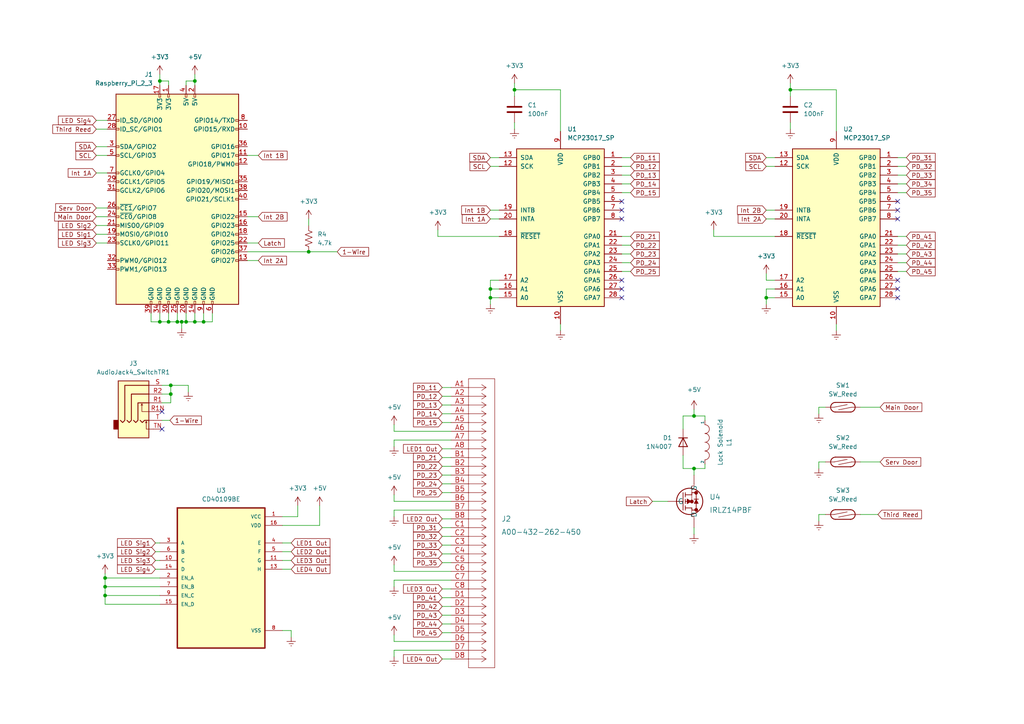
<source format=kicad_sch>
(kicad_sch (version 20211123) (generator eeschema)
  (paper "A4")
  (lib_symbols
    (symbol "CD40109BE:CD40109BE" (pin_names (offset 1.016))
      (property "Reference" "U" (at -12.7 21.32 0))
      (property "Value" "CD40109BE" (at -12.7 -24.32 0))
      (symbol "CD40109BE_0_0"
        (pin power_in line (at 17.78 17.78 180) (length 5.08) (name "VCC") (number "1"))
        (pin input line (at -17.78 5.08 0) (length 5.08) (name "C") (number "10"))
        (pin output line (at 17.78 5.08 180) (length 5.08) (name "G") (number "11"))
        (pin output line (at 17.78 2.54 180) (length 5.08) (name "H") (number "13"))
        (pin input line (at -17.78 2.54 0) (length 5.08) (name "D") (number "14"))
        (pin input line (at -17.78 -7.62 0) (length 5.08) (name "EN_D") (number "15"))
        (pin power_in line (at 17.78 15.24 180) (length 5.08) (name "VDD") (number "16"))
        (pin input line (at -17.78 0 0) (length 5.08) (name "EN_A") (number "2"))
        (pin input line (at -17.78 10.16 0) (length 5.08) (name "A") (number "3"))
        (pin output line (at 17.78 10.16 180) (length 5.08) (name "E") (number "4"))
        (pin output line (at 17.78 7.62 180) (length 5.08) (name "F") (number "5"))
        (pin input line (at -17.78 7.62 0) (length 5.08) (name "B") (number "6"))
        (pin input line (at -17.78 -2.54 0) (length 5.08) (name "EN_B") (number "7"))
        (pin power_in line (at 17.78 -15.24 180) (length 5.08) (name "VSS") (number "8"))
        (pin input line (at -17.78 -5.08 0) (length 5.08) (name "EN_C") (number "9"))
      )
    )
    (symbol "Connector:AudioJack4_SwitchTR1"
      (property "Reference" "J" (at 0 11.43 0))
      (property "Value" "AudioJack4_SwitchTR1" (at 0 8.89 0))
      (symbol "AudioJack4_SwitchTR1_1_1"
        (pin passive line (at 5.08 0 180) (length 2.54) (name "~") (number "R1"))
        (pin passive line (at 5.08 -2.54 180) (length 2.54) (name "~") (number "R1N"))
        (pin passive line (at 5.08 2.54 180) (length 2.54) (name "~") (number "R2"))
        (pin passive line (at 5.08 5.08 180) (length 2.54) (name "~") (number "S"))
        (pin passive line (at 5.08 -5.08 180) (length 2.54) (name "~") (number "T"))
        (pin passive line (at 5.08 -7.62 180) (length 2.54) (name "~") (number "TN"))
      )
    )
    (symbol "Connector:Raspberry_Pi_2_3" (pin_names (offset 1.016))
      (property "Reference" "J" (at -17.78 31.75 0))
      (property "Value" "Raspberry_Pi_2_3" (at 10.16 -31.75 0))
      (symbol "Raspberry_Pi_2_3_1_1"
        (pin power_in line (at 2.54 33.02 270) (length 2.54) (name "3V3") (number "1"))
        (pin bidirectional line (at -20.32 20.32 0) (length 2.54) (name "GPIO15/RXD") (number "10"))
        (pin bidirectional line (at -20.32 12.7 0) (length 2.54) (name "GPIO17") (number "11"))
        (pin bidirectional line (at -20.32 10.16 0) (length 2.54) (name "GPIO18/PWM0") (number "12"))
        (pin bidirectional line (at -20.32 -17.78 0) (length 2.54) (name "GPIO27") (number "13"))
        (pin power_in line (at -5.08 -33.02 90) (length 2.54) (name "GND") (number "14"))
        (pin bidirectional line (at -20.32 -5.08 0) (length 2.54) (name "GPIO22") (number "15"))
        (pin bidirectional line (at -20.32 -7.62 0) (length 2.54) (name "GPIO23") (number "16"))
        (pin power_in line (at 5.08 33.02 270) (length 2.54) (name "3V3") (number "17"))
        (pin bidirectional line (at -20.32 -10.16 0) (length 2.54) (name "GPIO24") (number "18"))
        (pin bidirectional line (at 20.32 -10.16 180) (length 2.54) (name "MOSI0/GPIO10") (number "19"))
        (pin power_in line (at -5.08 33.02 270) (length 2.54) (name "5V") (number "2"))
        (pin power_in line (at -2.54 -33.02 90) (length 2.54) (name "GND") (number "20"))
        (pin bidirectional line (at 20.32 -7.62 180) (length 2.54) (name "MISO0/GPIO9") (number "21"))
        (pin bidirectional line (at -20.32 -12.7 0) (length 2.54) (name "GPIO25") (number "22"))
        (pin bidirectional line (at 20.32 -12.7 180) (length 2.54) (name "SCLK0/GPIO11") (number "23"))
        (pin bidirectional line (at 20.32 -5.08 180) (length 2.54) (name "~{CE0}/GPIO8") (number "24"))
        (pin power_in line (at 0 -33.02 90) (length 2.54) (name "GND") (number "25"))
        (pin bidirectional line (at 20.32 -2.54 180) (length 2.54) (name "~{CE1}/GPIO7") (number "26"))
        (pin bidirectional line (at 20.32 22.86 180) (length 2.54) (name "ID_SD/GPIO0") (number "27"))
        (pin bidirectional line (at 20.32 20.32 180) (length 2.54) (name "ID_SC/GPIO1") (number "28"))
        (pin bidirectional line (at 20.32 5.08 180) (length 2.54) (name "GCLK1/GPIO5") (number "29"))
        (pin bidirectional line (at 20.32 15.24 180) (length 2.54) (name "SDA/GPIO2") (number "3"))
        (pin power_in line (at 2.54 -33.02 90) (length 2.54) (name "GND") (number "30"))
        (pin bidirectional line (at 20.32 2.54 180) (length 2.54) (name "GCLK2/GPIO6") (number "31"))
        (pin bidirectional line (at 20.32 -17.78 180) (length 2.54) (name "PWM0/GPIO12") (number "32"))
        (pin bidirectional line (at 20.32 -20.32 180) (length 2.54) (name "PWM1/GPIO13") (number "33"))
        (pin power_in line (at 5.08 -33.02 90) (length 2.54) (name "GND") (number "34"))
        (pin bidirectional line (at -20.32 5.08 0) (length 2.54) (name "GPIO19/MISO1") (number "35"))
        (pin bidirectional line (at -20.32 15.24 0) (length 2.54) (name "GPIO16") (number "36"))
        (pin bidirectional line (at -20.32 -15.24 0) (length 2.54) (name "GPIO26") (number "37"))
        (pin bidirectional line (at -20.32 2.54 0) (length 2.54) (name "GPIO20/MOSI1") (number "38"))
        (pin power_in line (at 7.62 -33.02 90) (length 2.54) (name "GND") (number "39"))
        (pin power_in line (at -2.54 33.02 270) (length 2.54) (name "5V") (number "4"))
        (pin bidirectional line (at -20.32 0 0) (length 2.54) (name "GPIO21/SCLK1") (number "40"))
        (pin bidirectional line (at 20.32 12.7 180) (length 2.54) (name "SCL/GPIO3") (number "5"))
        (pin power_in line (at -10.16 -33.02 90) (length 2.54) (name "GND") (number "6"))
        (pin bidirectional line (at 20.32 7.62 180) (length 2.54) (name "GCLK0/GPIO4") (number "7"))
        (pin bidirectional line (at -20.32 22.86 0) (length 2.54) (name "GPIO14/TXD") (number "8"))
        (pin power_in line (at -7.62 -33.02 90) (length 2.54) (name "GND") (number "9"))
      )
    )
    (symbol "Device:C" (pin_numbers hide) (pin_names (offset 0.254))
      (property "Reference" "C" (at 0.635 2.54 0))
      (property "Value" "C" (at 0.635 -2.54 0))
      (symbol "C_1_1"
        (pin passive line (at 0 3.81 270) (length 2.794) (name "~") (number "1"))
        (pin passive line (at 0 -3.81 90) (length 2.794) (name "~") (number "2"))
      )
    )
    (symbol "Device:R_US" (pin_numbers hide) (pin_names (offset 0))
      (property "Reference" "R" (at 2.54 0 90))
      (property "Value" "R_US" (at -2.54 0 90))
      (symbol "R_US_1_1"
        (pin passive line (at 0 3.81 270) (length 1.27) (name "~") (number "1"))
        (pin passive line (at 0 -3.81 90) (length 1.27) (name "~") (number "2"))
      )
    )
    (symbol "Diode:1N4007" (pin_numbers hide) (pin_names (offset 1.016) hide)
      (property "Reference" "D" (at 0 2.54 0))
      (property "Value" "1N4007" (at 0 -2.54 0))
      (symbol "1N4007_1_1"
        (pin passive line (at -3.81 0 0) (length 2.54) (name "K") (number "1"))
        (pin passive line (at 3.81 0 180) (length 2.54) (name "A") (number "2"))
      )
    )
    (symbol "IRLZ14PBF:IRLZ14PBF" (pin_numbers hide) (pin_names (offset 0.381))
      (property "Reference" "U" (at 11.43 1.905 0))
      (property "Value" "IRLZ14PBF" (at 11.43 -5.08 0))
      (symbol "IRLZ14PBF_1_1"
        (pin unspecified line (at 0 0 0) (length 2.54) (name "G") (number "1"))
        (pin unspecified line (at 7.62 -7.62 90) (length 2.54) (name "D") (number "2"))
        (pin unspecified line (at 7.62 7.62 270) (length 2.54) (name "S") (number "3"))
      )
    )
    (symbol "Interface_Expansion:MCP23017_SP" (pin_names (offset 1.016))
      (property "Reference" "U" (at -11.43 24.13 0))
      (property "Value" "MCP23017_SP" (at 0 0 0))
      (symbol "MCP23017_SP_1_1"
        (pin bidirectional line (at 17.78 20.32 180) (length 5.08) (name "GPB0") (number "1"))
        (pin power_in line (at 0 -27.94 90) (length 5.08) (name "VSS") (number "10"))
        (pin no_connect line (at -12.7 15.24 0) (length 5.08) hide (name "NC") (number "11"))
        (pin input line (at -17.78 17.78 0) (length 5.08) (name "SCK") (number "12"))
        (pin bidirectional line (at -17.78 20.32 0) (length 5.08) (name "SDA") (number "13"))
        (pin no_connect line (at -12.7 12.7 0) (length 5.08) hide (name "NC") (number "14"))
        (pin input line (at -17.78 -20.32 0) (length 5.08) (name "A0") (number "15"))
        (pin input line (at -17.78 -17.78 0) (length 5.08) (name "A1") (number "16"))
        (pin input line (at -17.78 -15.24 0) (length 5.08) (name "A2") (number "17"))
        (pin input line (at -17.78 -2.54 0) (length 5.08) (name "~{RESET}") (number "18"))
        (pin tri_state line (at -17.78 5.08 0) (length 5.08) (name "INTB") (number "19"))
        (pin bidirectional line (at 17.78 17.78 180) (length 5.08) (name "GPB1") (number "2"))
        (pin tri_state line (at -17.78 2.54 0) (length 5.08) (name "INTA") (number "20"))
        (pin bidirectional line (at 17.78 -2.54 180) (length 5.08) (name "GPA0") (number "21"))
        (pin bidirectional line (at 17.78 -5.08 180) (length 5.08) (name "GPA1") (number "22"))
        (pin bidirectional line (at 17.78 -7.62 180) (length 5.08) (name "GPA2") (number "23"))
        (pin bidirectional line (at 17.78 -10.16 180) (length 5.08) (name "GPA3") (number "24"))
        (pin bidirectional line (at 17.78 -12.7 180) (length 5.08) (name "GPA4") (number "25"))
        (pin bidirectional line (at 17.78 -15.24 180) (length 5.08) (name "GPA5") (number "26"))
        (pin bidirectional line (at 17.78 -17.78 180) (length 5.08) (name "GPA6") (number "27"))
        (pin bidirectional line (at 17.78 -20.32 180) (length 5.08) (name "GPA7") (number "28"))
        (pin bidirectional line (at 17.78 15.24 180) (length 5.08) (name "GPB2") (number "3"))
        (pin bidirectional line (at 17.78 12.7 180) (length 5.08) (name "GPB3") (number "4"))
        (pin bidirectional line (at 17.78 10.16 180) (length 5.08) (name "GPB4") (number "5"))
        (pin bidirectional line (at 17.78 7.62 180) (length 5.08) (name "GPB5") (number "6"))
        (pin bidirectional line (at 17.78 5.08 180) (length 5.08) (name "GPB6") (number "7"))
        (pin bidirectional line (at 17.78 2.54 180) (length 5.08) (name "GPB7") (number "8"))
        (pin power_in line (at 0 27.94 270) (length 5.08) (name "VDD") (number "9"))
      )
    )
    (symbol "QuadRJ45:A00-432-262-450" (pin_names (offset 0.254) hide)
      (property "Reference" "J" (at 8.89 6.35 0))
      (property "Value" "A00-432-262-450" (at 10.16 -40.64 0))
      (symbol "A00-432-262-450_1_1"
        (pin unspecified line (at 0 0 0) (length 5.08) (name "A1") (number "A1"))
        (pin unspecified line (at 0 -2.54 0) (length 5.08) (name "A2") (number "A2"))
        (pin unspecified line (at 0 -5.08 0) (length 5.08) (name "A3") (number "A3"))
        (pin unspecified line (at 0 -7.62 0) (length 5.08) (name "A4") (number "A4"))
        (pin unspecified line (at 0 -10.16 0) (length 5.08) (name "A5") (number "A5"))
        (pin unspecified line (at 0 -12.7 0) (length 5.08) (name "A6") (number "A6"))
        (pin unspecified line (at 0 -15.24 0) (length 5.08) (name "A7") (number "A7"))
        (pin unspecified line (at 0 -17.78 0) (length 5.08) (name "A8") (number "A8"))
        (pin unspecified line (at 0 -20.32 0) (length 5.08) (name "B1") (number "B1"))
        (pin unspecified line (at 0 -22.86 0) (length 5.08) (name "B2") (number "B2"))
        (pin unspecified line (at 0 -25.4 0) (length 5.08) (name "B3") (number "B3"))
        (pin unspecified line (at 0 -27.94 0) (length 5.08) (name "B4") (number "B4"))
        (pin unspecified line (at 0 -30.48 0) (length 5.08) (name "B5") (number "B5"))
        (pin unspecified line (at 0 -33.02 0) (length 5.08) (name "B6") (number "B6"))
        (pin unspecified line (at 0 -35.56 0) (length 5.08) (name "B7") (number "B7"))
        (pin unspecified line (at 0 -38.1 0) (length 5.08) (name "B8") (number "B8"))
        (pin unspecified line (at 0 -40.64 0) (length 5.08) (name "C1") (number "C1"))
        (pin unspecified line (at 0 -43.18 0) (length 5.08) (name "C2") (number "C2"))
        (pin unspecified line (at 0 -45.72 0) (length 5.08) (name "C3") (number "C3"))
        (pin unspecified line (at 0 -48.26 0) (length 5.08) (name "C4") (number "C4"))
        (pin unspecified line (at 0 -50.8 0) (length 5.08) (name "C5") (number "C5"))
        (pin unspecified line (at 0 -53.34 0) (length 5.08) (name "C6") (number "C6"))
        (pin unspecified line (at 0 -55.88 0) (length 5.08) (name "C7") (number "C7"))
        (pin unspecified line (at 0 -58.42 0) (length 5.08) (name "C8") (number "C8"))
        (pin unspecified line (at 0 -60.96 0) (length 5.08) (name "D1") (number "D1"))
        (pin unspecified line (at 0 -63.5 0) (length 5.08) (name "D2") (number "D2"))
        (pin unspecified line (at 0 -66.04 0) (length 5.08) (name "D3") (number "D3"))
        (pin unspecified line (at 0 -68.58 0) (length 5.08) (name "D4") (number "D4"))
        (pin unspecified line (at 0 -71.12 0) (length 5.08) (name "D5") (number "D5"))
        (pin unspecified line (at 0 -73.66 0) (length 5.08) (name "D6") (number "D6"))
        (pin unspecified line (at 0 -76.2 0) (length 5.08) (name "D7") (number "D7"))
        (pin unspecified line (at 0 -78.74 0) (length 5.08) (name "D8") (number "D8"))
      )
    )
    (symbol "Switch:SW_Reed" (pin_numbers hide) (pin_names (offset 0) hide)
      (property "Reference" "SW" (at 0 2.54 0))
      (property "Value" "SW_Reed" (at 0 -2.54 0))
      (symbol "SW_Reed_1_1"
        (pin passive line (at -5.08 0 0) (length 2.54) (name "1") (number "1"))
        (pin passive line (at 5.08 0 180) (length 2.54) (name "2") (number "2"))
      )
    )
    (symbol "power:+3.3V" (power) (pin_names (offset 0))
      (property "Value" "+3.3V" (at 0 3.556 0))
      (symbol "+3.3V_1_1"
        (pin power_in line (at 0 0 90) (length 0) hide (name "+3V3") (number "1"))
      )
    )
    (symbol "power:+5V" (power) (pin_names (offset 0))
      (property "Value" "+5V" (at 0 3.556 0))
      (symbol "+5V_1_1"
        (pin power_in line (at 0 0 90) (length 0) hide (name "+5V") (number "1"))
      )
    )
    (symbol "power:Earth" (power) (pin_names (offset 0))
      (symbol "Earth_1_1"
        (pin power_in line (at 0 0 270) (length 0) hide (name "Earth") (number "1"))
      )
    )
    (symbol "pspice:INDUCTOR" (pin_numbers hide) (pin_names (offset 0))
      (property "Reference" "L" (at 0 2.54 0))
      (property "Value" "INDUCTOR" (at 0 -1.27 0))
      (symbol "INDUCTOR_1_1"
        (pin input line (at -6.35 0 0) (length 1.27) (name "1") (number "1"))
        (pin input line (at 6.35 0 180) (length 1.27) (name "2") (number "2"))
      )
    )
  )
  (junction (at 49.53 114.3))
  (junction (at 49.53 111.76))
  (junction (at 30.48 170.18))
  (junction (at 149.225 26.035))
  (junction (at 46.355 23.495))
  (junction (at 142.24 86.36))
  (junction (at 48.895 93.345))
  (junction (at 201.295 135.89))
  (junction (at 51.435 93.345))
  (junction (at 59.055 93.345))
  (junction (at 222.25 86.36))
  (junction (at 46.355 93.345))
  (junction (at 142.24 83.82))
  (junction (at 201.295 120.65))
  (junction (at 89.535 73.025))
  (junction (at 229.235 26.035))
  (junction (at 52.705 93.345))
  (junction (at 30.48 167.64))
  (junction (at 30.48 172.72))
  (junction (at 53.975 93.345))
  (junction (at 56.515 23.495))
  (junction (at 56.515 93.345))
  (no_connect (at 260.35 81.28))
  (no_connect (at 260.35 83.82))
  (no_connect (at 180.34 86.36))
  (no_connect (at 180.34 81.28))
  (no_connect (at 260.35 63.5))
  (no_connect (at 260.35 60.96))
  (no_connect (at 180.34 60.96))
  (no_connect (at 180.34 63.5))
  (no_connect (at 180.34 58.42))
  (no_connect (at 260.35 86.36))
  (no_connect (at 180.34 83.82))
  (no_connect (at 260.35 58.42))
  (no_connect (at 46.99 119.38))
  (no_connect (at 46.99 124.46))
  (wire (pts (xy 130.81 153.035) (xy 128.27 153.035)))
  (wire (pts (xy 180.34 68.58) (xy 182.88 68.58)))
  (wire (pts (xy 198.12 135.89) (xy 201.295 135.89)))
  (wire (pts (xy 31.115 42.545) (xy 27.94 42.545)))
  (wire (pts (xy 127 66.675) (xy 127 68.58)))
  (wire (pts (xy 71.755 45.085) (xy 74.93 45.085)))
  (wire (pts (xy 48.895 93.345) (xy 46.355 93.345)))
  (wire (pts (xy 242.57 26.035) (xy 242.57 38.1)))
  (wire (pts (xy 53.975 93.345) (xy 52.705 93.345)))
  (wire (pts (xy 130.81 175.895) (xy 128.27 175.895)))
  (wire (pts (xy 114.3 168.275) (xy 114.3 170.18)))
  (wire (pts (xy 114.3 186.055) (xy 130.81 186.055)))
  (wire (pts (xy 114.3 125.095) (xy 130.81 125.095)))
  (wire (pts (xy 52.705 93.345) (xy 52.705 95.25)))
  (wire (pts (xy 81.915 165.1) (xy 84.455 165.1)))
  (wire (pts (xy 198.12 120.65) (xy 201.295 120.65)))
  (wire (pts (xy 56.515 21.59) (xy 56.515 23.495)))
  (wire (pts (xy 180.34 71.12) (xy 182.88 71.12)))
  (wire (pts (xy 130.81 163.195) (xy 128.27 163.195)))
  (wire (pts (xy 201.295 135.89) (xy 204.47 135.89)))
  (wire (pts (xy 249.555 133.985) (xy 255.27 133.985)))
  (wire (pts (xy 31.115 45.085) (xy 27.94 45.085)))
  (wire (pts (xy 30.48 172.72) (xy 30.48 170.18)))
  (wire (pts (xy 56.515 90.805) (xy 56.515 93.345)))
  (wire (pts (xy 180.34 73.66) (xy 182.88 73.66)))
  (wire (pts (xy 142.24 60.96) (xy 144.78 60.96)))
  (wire (pts (xy 260.35 71.12) (xy 262.89 71.12)))
  (wire (pts (xy 71.755 62.865) (xy 74.93 62.865)))
  (wire (pts (xy 142.24 81.28) (xy 144.78 81.28)))
  (wire (pts (xy 222.25 83.82) (xy 222.25 86.36)))
  (wire (pts (xy 237.49 118.11) (xy 239.395 118.11)))
  (wire (pts (xy 81.915 182.88) (xy 84.455 182.88)))
  (wire (pts (xy 198.12 124.46) (xy 198.12 120.65)))
  (wire (pts (xy 46.99 116.84) (xy 49.53 116.84)))
  (wire (pts (xy 114.3 127.635) (xy 130.81 127.635)))
  (wire (pts (xy 130.81 120.015) (xy 128.27 120.015)))
  (wire (pts (xy 114.3 145.415) (xy 130.81 145.415)))
  (wire (pts (xy 114.3 125.095) (xy 114.3 123.19)))
  (wire (pts (xy 180.34 48.26) (xy 182.88 48.26)))
  (wire (pts (xy 142.24 63.5) (xy 144.78 63.5)))
  (wire (pts (xy 114.3 168.275) (xy 130.81 168.275)))
  (wire (pts (xy 114.3 188.595) (xy 114.3 190.5)))
  (wire (pts (xy 54.61 111.76) (xy 54.61 113.665)))
  (wire (pts (xy 30.48 170.18) (xy 46.355 170.18)))
  (wire (pts (xy 229.235 24.13) (xy 229.235 26.035)))
  (wire (pts (xy 207.01 68.58) (xy 224.79 68.58)))
  (wire (pts (xy 130.81 137.795) (xy 128.27 137.795)))
  (wire (pts (xy 30.48 167.64) (xy 30.48 166.37)))
  (wire (pts (xy 43.815 90.805) (xy 43.815 93.345)))
  (wire (pts (xy 56.515 23.495) (xy 56.515 24.765)))
  (wire (pts (xy 142.24 86.36) (xy 144.78 86.36)))
  (wire (pts (xy 180.34 76.2) (xy 182.88 76.2)))
  (wire (pts (xy 130.81 191.135) (xy 128.27 191.135)))
  (wire (pts (xy 114.3 147.955) (xy 114.3 149.86)))
  (wire (pts (xy 130.81 183.515) (xy 128.27 183.515)))
  (wire (pts (xy 114.3 188.595) (xy 130.81 188.595)))
  (wire (pts (xy 201.295 118.745) (xy 201.295 120.65)))
  (wire (pts (xy 204.47 120.65) (xy 204.47 121.92)))
  (wire (pts (xy 260.35 50.8) (xy 262.89 50.8)))
  (wire (pts (xy 49.53 111.76) (xy 54.61 111.76)))
  (wire (pts (xy 71.755 73.025) (xy 89.535 73.025)))
  (wire (pts (xy 53.975 90.805) (xy 53.975 93.345)))
  (wire (pts (xy 27.94 65.405) (xy 31.115 65.405)))
  (wire (pts (xy 142.24 83.82) (xy 144.78 83.82)))
  (wire (pts (xy 86.36 149.86) (xy 86.36 146.685)))
  (wire (pts (xy 142.24 81.28) (xy 142.24 83.82)))
  (wire (pts (xy 46.355 21.59) (xy 46.355 23.495)))
  (wire (pts (xy 130.81 158.115) (xy 128.27 158.115)))
  (wire (pts (xy 46.355 90.805) (xy 46.355 93.345)))
  (wire (pts (xy 260.35 73.66) (xy 262.89 73.66)))
  (wire (pts (xy 127 68.58) (xy 144.78 68.58)))
  (wire (pts (xy 130.81 150.495) (xy 128.27 150.495)))
  (wire (pts (xy 48.895 90.805) (xy 48.895 93.345)))
  (wire (pts (xy 249.555 118.11) (xy 255.27 118.11)))
  (wire (pts (xy 130.81 112.395) (xy 128.27 112.395)))
  (wire (pts (xy 242.57 93.98) (xy 242.57 95.885)))
  (wire (pts (xy 114.3 145.415) (xy 114.3 143.51)))
  (wire (pts (xy 162.56 26.035) (xy 162.56 38.1)))
  (wire (pts (xy 46.355 23.495) (xy 48.895 23.495)))
  (wire (pts (xy 30.48 175.26) (xy 46.355 175.26)))
  (wire (pts (xy 222.25 63.5) (xy 224.79 63.5)))
  (wire (pts (xy 89.535 73.025) (xy 97.79 73.025)))
  (wire (pts (xy 222.25 79.375) (xy 222.25 81.28)))
  (wire (pts (xy 162.56 93.98) (xy 162.56 95.885)))
  (wire (pts (xy 114.3 186.055) (xy 114.3 184.15)))
  (wire (pts (xy 81.915 162.56) (xy 84.455 162.56)))
  (wire (pts (xy 27.94 70.485) (xy 31.115 70.485)))
  (wire (pts (xy 201.295 120.65) (xy 204.47 120.65)))
  (wire (pts (xy 130.81 170.815) (xy 128.27 170.815)))
  (wire (pts (xy 114.3 127.635) (xy 114.3 129.54)))
  (wire (pts (xy 81.915 157.48) (xy 84.455 157.48)))
  (wire (pts (xy 237.49 118.11) (xy 237.49 120.015)))
  (wire (pts (xy 114.3 147.955) (xy 130.81 147.955)))
  (wire (pts (xy 229.235 35.56) (xy 229.235 37.465)))
  (wire (pts (xy 49.53 114.3) (xy 46.99 114.3)))
  (wire (pts (xy 31.115 50.165) (xy 27.94 50.165)))
  (wire (pts (xy 237.49 149.225) (xy 239.395 149.225)))
  (wire (pts (xy 149.225 35.56) (xy 149.225 37.465)))
  (wire (pts (xy 114.3 165.735) (xy 114.3 163.83)))
  (wire (pts (xy 71.755 75.565) (xy 74.93 75.565)))
  (wire (pts (xy 149.225 24.13) (xy 149.225 26.035)))
  (wire (pts (xy 142.24 83.82) (xy 142.24 86.36)))
  (wire (pts (xy 180.34 53.34) (xy 182.88 53.34)))
  (wire (pts (xy 260.35 68.58) (xy 262.89 68.58)))
  (wire (pts (xy 81.915 160.02) (xy 84.455 160.02)))
  (wire (pts (xy 142.24 86.36) (xy 142.24 88.265)))
  (wire (pts (xy 45.085 162.56) (xy 46.355 162.56)))
  (wire (pts (xy 260.35 53.34) (xy 262.89 53.34)))
  (wire (pts (xy 130.81 178.435) (xy 128.27 178.435)))
  (wire (pts (xy 229.235 26.035) (xy 242.57 26.035)))
  (wire (pts (xy 130.81 155.575) (xy 128.27 155.575)))
  (wire (pts (xy 51.435 93.345) (xy 48.895 93.345)))
  (wire (pts (xy 130.81 130.175) (xy 128.27 130.175)))
  (wire (pts (xy 59.055 90.805) (xy 59.055 93.345)))
  (wire (pts (xy 31.115 60.325) (xy 27.94 60.325)))
  (wire (pts (xy 30.48 175.26) (xy 30.48 172.72)))
  (wire (pts (xy 53.975 23.495) (xy 56.515 23.495)))
  (wire (pts (xy 45.085 157.48) (xy 46.355 157.48)))
  (wire (pts (xy 222.25 86.36) (xy 222.25 88.265)))
  (wire (pts (xy 46.99 121.92) (xy 49.276 121.92)))
  (wire (pts (xy 46.99 111.76) (xy 49.53 111.76)))
  (wire (pts (xy 222.25 86.36) (xy 224.79 86.36)))
  (wire (pts (xy 130.81 140.335) (xy 128.27 140.335)))
  (wire (pts (xy 237.49 133.985) (xy 237.49 135.89)))
  (wire (pts (xy 130.81 135.255) (xy 128.27 135.255)))
  (wire (pts (xy 89.535 63.5) (xy 89.535 65.405)))
  (wire (pts (xy 130.81 173.355) (xy 128.27 173.355)))
  (wire (pts (xy 260.35 78.74) (xy 262.89 78.74)))
  (wire (pts (xy 201.295 135.89) (xy 201.295 137.795)))
  (wire (pts (xy 260.35 55.88) (xy 262.89 55.88)))
  (wire (pts (xy 237.49 149.225) (xy 237.49 151.13)))
  (wire (pts (xy 27.94 67.945) (xy 31.115 67.945)))
  (wire (pts (xy 30.48 167.64) (xy 46.355 167.64)))
  (wire (pts (xy 189.23 145.415) (xy 193.675 145.415)))
  (wire (pts (xy 260.35 45.72) (xy 262.89 45.72)))
  (wire (pts (xy 180.34 55.88) (xy 182.88 55.88)))
  (wire (pts (xy 27.94 34.925) (xy 31.115 34.925)))
  (wire (pts (xy 260.35 48.26) (xy 262.89 48.26)))
  (wire (pts (xy 207.01 66.675) (xy 207.01 68.58)))
  (wire (pts (xy 46.355 23.495) (xy 46.355 24.765)))
  (wire (pts (xy 48.895 23.495) (xy 48.895 24.765)))
  (wire (pts (xy 52.705 93.345) (xy 51.435 93.345)))
  (wire (pts (xy 149.225 26.035) (xy 162.56 26.035)))
  (wire (pts (xy 56.515 93.345) (xy 53.975 93.345)))
  (wire (pts (xy 142.24 48.26) (xy 144.78 48.26)))
  (wire (pts (xy 30.48 172.72) (xy 46.355 172.72)))
  (wire (pts (xy 222.25 45.72) (xy 224.79 45.72)))
  (wire (pts (xy 237.49 133.985) (xy 239.395 133.985)))
  (wire (pts (xy 53.975 24.765) (xy 53.975 23.495)))
  (wire (pts (xy 31.115 62.865) (xy 27.94 62.865)))
  (wire (pts (xy 222.25 48.26) (xy 224.79 48.26)))
  (wire (pts (xy 59.055 93.345) (xy 56.515 93.345)))
  (wire (pts (xy 92.71 152.4) (xy 81.915 152.4)))
  (wire (pts (xy 142.24 45.72) (xy 144.78 45.72)))
  (wire (pts (xy 130.81 132.715) (xy 128.27 132.715)))
  (wire (pts (xy 249.555 149.225) (xy 254.635 149.225)))
  (wire (pts (xy 49.53 116.84) (xy 49.53 114.3)))
  (wire (pts (xy 61.595 93.345) (xy 59.055 93.345)))
  (wire (pts (xy 204.47 134.62) (xy 204.47 135.89)))
  (wire (pts (xy 130.81 180.975) (xy 128.27 180.975)))
  (wire (pts (xy 222.25 60.96) (xy 224.79 60.96)))
  (wire (pts (xy 30.48 170.18) (xy 30.48 167.64)))
  (wire (pts (xy 229.235 27.94) (xy 229.235 26.035)))
  (wire (pts (xy 222.25 81.28) (xy 224.79 81.28)))
  (wire (pts (xy 180.34 78.74) (xy 182.88 78.74)))
  (wire (pts (xy 198.12 132.08) (xy 198.12 135.89)))
  (wire (pts (xy 201.295 153.035) (xy 201.295 154.94)))
  (wire (pts (xy 45.085 160.02) (xy 46.355 160.02)))
  (wire (pts (xy 84.455 182.88) (xy 84.455 184.785)))
  (wire (pts (xy 130.81 160.655) (xy 128.27 160.655)))
  (wire (pts (xy 130.81 122.555) (xy 128.27 122.555)))
  (wire (pts (xy 180.34 45.72) (xy 182.88 45.72)))
  (wire (pts (xy 130.81 114.935) (xy 128.27 114.935)))
  (wire (pts (xy 130.81 117.475) (xy 128.27 117.475)))
  (wire (pts (xy 149.225 27.94) (xy 149.225 26.035)))
  (wire (pts (xy 180.34 50.8) (xy 182.88 50.8)))
  (wire (pts (xy 222.25 83.82) (xy 224.79 83.82)))
  (wire (pts (xy 49.53 111.76) (xy 49.53 114.3)))
  (wire (pts (xy 130.81 142.875) (xy 128.27 142.875)))
  (wire (pts (xy 31.115 37.465) (xy 27.94 37.465)))
  (wire (pts (xy 81.915 149.86) (xy 86.36 149.86)))
  (wire (pts (xy 46.355 93.345) (xy 43.815 93.345)))
  (wire (pts (xy 51.435 90.805) (xy 51.435 93.345)))
  (wire (pts (xy 61.595 90.805) (xy 61.595 93.345)))
  (wire (pts (xy 45.085 165.1) (xy 46.355 165.1)))
  (wire (pts (xy 114.3 165.735) (xy 130.81 165.735)))
  (wire (pts (xy 260.35 76.2) (xy 262.89 76.2)))
  (wire (pts (xy 92.71 146.685) (xy 92.71 152.4)))
  (wire (pts (xy 74.93 70.485) (xy 71.755 70.485)))
  (global_label "Int 2B" (shape input) (at 74.93 62.865 0) (property "Intersheet References" "${INTERSHEET_REFS}" (effects hide)))
  (global_label "PD_41" (shape input) (at 128.27 173.355 180) (property "Intersheet References" "${INTERSHEET_REFS}" (effects hide)))
  (global_label "Int 1B" (shape input) (at 74.93 45.085 0) (property "Intersheet References" "${INTERSHEET_REFS}" (effects hide)))
  (global_label "Int 1A" (shape input) (at 27.94 50.165 180) (property "Intersheet References" "${INTERSHEET_REFS}" (effects hide)))
  (global_label "LED Sig3" (shape input) (at 27.94 70.485 180) (property "Intersheet References" "${INTERSHEET_REFS}" (effects hide)))
  (global_label "LED Sig1" (shape input) (at 27.94 67.945 180) (property "Intersheet References" "${INTERSHEET_REFS}" (effects hide)))
  (global_label "PD_21" (shape input) (at 128.27 132.715 180) (property "Intersheet References" "${INTERSHEET_REFS}" (effects hide)))
  (global_label "Main Door" (shape input) (at 27.94 62.865 180) (property "Intersheet References" "${INTERSHEET_REFS}" (effects hide)))
  (global_label "LED3 Out" (shape input) (at 84.455 162.56 0) (property "Intersheet References" "${INTERSHEET_REFS}" (effects hide)))
  (global_label "PD_45" (shape input) (at 262.89 78.74 0) (property "Intersheet References" "${INTERSHEET_REFS}" (effects hide)))
  (global_label "PD_43" (shape input) (at 128.27 178.435 180) (property "Intersheet References" "${INTERSHEET_REFS}" (effects hide)))
  (global_label "Int 2A" (shape input) (at 222.25 63.5 180) (property "Intersheet References" "${INTERSHEET_REFS}" (effects hide)))
  (global_label "PD_22" (shape input) (at 128.27 135.255 180) (property "Intersheet References" "${INTERSHEET_REFS}" (effects hide)))
  (global_label "PD_24" (shape input) (at 182.88 76.2 0) (property "Intersheet References" "${INTERSHEET_REFS}" (effects hide)))
  (global_label "Int 1A" (shape input) (at 142.24 63.5 180) (property "Intersheet References" "${INTERSHEET_REFS}" (effects hide)))
  (global_label "PD_22" (shape input) (at 182.88 71.12 0) (property "Intersheet References" "${INTERSHEET_REFS}" (effects hide)))
  (global_label "PD_23" (shape input) (at 128.27 137.795 180) (property "Intersheet References" "${INTERSHEET_REFS}" (effects hide)))
  (global_label "SDA" (shape input) (at 27.94 42.545 180) (property "Intersheet References" "${INTERSHEET_REFS}" (effects hide)))
  (global_label "PD_13" (shape input) (at 182.88 50.8 0) (property "Intersheet References" "${INTERSHEET_REFS}" (effects hide)))
  (global_label "1-Wire" (shape input) (at 97.79 73.025 0) (property "Intersheet References" "${INTERSHEET_REFS}" (effects hide)))
  (global_label "PD_34" (shape input) (at 262.89 53.34 0) (property "Intersheet References" "${INTERSHEET_REFS}" (effects hide)))
  (global_label "LED4 Out" (shape input) (at 128.27 191.135 180) (property "Intersheet References" "${INTERSHEET_REFS}" (effects hide)))
  (global_label "LED3 Out" (shape input) (at 128.27 170.815 180) (property "Intersheet References" "${INTERSHEET_REFS}" (effects hide)))
  (global_label "Latch" (shape input) (at 189.23 145.415 180) (property "Intersheet References" "${INTERSHEET_REFS}" (effects hide)))
  (global_label "PD_15" (shape input) (at 182.88 55.88 0) (property "Intersheet References" "${INTERSHEET_REFS}" (effects hide)))
  (global_label "Latch" (shape input) (at 74.93 70.485 0) (property "Intersheet References" "${INTERSHEET_REFS}" (effects hide)))
  (global_label "PD_13" (shape input) (at 128.27 117.475 180) (property "Intersheet References" "${INTERSHEET_REFS}" (effects hide)))
  (global_label "LED Sig1" (shape input) (at 45.085 157.48 180) (property "Intersheet References" "${INTERSHEET_REFS}" (effects hide)))
  (global_label "PD_34" (shape input) (at 128.27 160.655 180) (property "Intersheet References" "${INTERSHEET_REFS}" (effects hide)))
  (global_label "LED1 Out" (shape input) (at 84.455 157.48 0) (property "Intersheet References" "${INTERSHEET_REFS}" (effects hide)))
  (global_label "PD_42" (shape input) (at 128.27 175.895 180) (property "Intersheet References" "${INTERSHEET_REFS}" (effects hide)))
  (global_label "LED2 Out" (shape input) (at 84.455 160.02 0) (property "Intersheet References" "${INTERSHEET_REFS}" (effects hide)))
  (global_label "PD_12" (shape input) (at 182.88 48.26 0) (property "Intersheet References" "${INTERSHEET_REFS}" (effects hide)))
  (global_label "SCL" (shape input) (at 142.24 48.26 180) (property "Intersheet References" "${INTERSHEET_REFS}" (effects hide)))
  (global_label "PD_43" (shape input) (at 262.89 73.66 0) (property "Intersheet References" "${INTERSHEET_REFS}" (effects hide)))
  (global_label "LED Sig3" (shape input) (at 45.085 162.56 180) (property "Intersheet References" "${INTERSHEET_REFS}" (effects hide)))
  (global_label "Int 2B" (shape input) (at 222.25 60.96 180) (property "Intersheet References" "${INTERSHEET_REFS}" (effects hide)))
  (global_label "PD_11" (shape input) (at 182.88 45.72 0) (property "Intersheet References" "${INTERSHEET_REFS}" (effects hide)))
  (global_label "PD_44" (shape input) (at 128.27 180.975 180) (property "Intersheet References" "${INTERSHEET_REFS}" (effects hide)))
  (global_label "LED1 Out" (shape input) (at 128.27 130.175 180) (property "Intersheet References" "${INTERSHEET_REFS}" (effects hide)))
  (global_label "SCL" (shape input) (at 222.25 48.26 180) (property "Intersheet References" "${INTERSHEET_REFS}" (effects hide)))
  (global_label "Main Door" (shape input) (at 255.27 118.11 0) (property "Intersheet References" "${INTERSHEET_REFS}" (effects hide)))
  (global_label "PD_31" (shape input) (at 128.27 153.035 180) (property "Intersheet References" "${INTERSHEET_REFS}" (effects hide)))
  (global_label "PD_12" (shape input) (at 128.27 114.935 180) (property "Intersheet References" "${INTERSHEET_REFS}" (effects hide)))
  (global_label "Third Reed" (shape input) (at 254.635 149.225 0) (property "Intersheet References" "${INTERSHEET_REFS}" (effects hide)))
  (global_label "PD_45" (shape input) (at 128.27 183.515 180) (property "Intersheet References" "${INTERSHEET_REFS}" (effects hide)))
  (global_label "LED Sig4" (shape input) (at 45.085 165.1 180) (property "Intersheet References" "${INTERSHEET_REFS}" (effects hide)))
  (global_label "PD_33" (shape input) (at 128.27 158.115 180) (property "Intersheet References" "${INTERSHEET_REFS}" (effects hide)))
  (global_label "PD_41" (shape input) (at 262.89 68.58 0) (property "Intersheet References" "${INTERSHEET_REFS}" (effects hide)))
  (global_label "PD_14" (shape input) (at 128.27 120.015 180) (property "Intersheet References" "${INTERSHEET_REFS}" (effects hide)))
  (global_label "PD_32" (shape input) (at 262.89 48.26 0) (property "Intersheet References" "${INTERSHEET_REFS}" (effects hide)))
  (global_label "PD_35" (shape input) (at 262.89 55.88 0) (property "Intersheet References" "${INTERSHEET_REFS}" (effects hide)))
  (global_label "SDA" (shape input) (at 222.25 45.72 180) (property "Intersheet References" "${INTERSHEET_REFS}" (effects hide)))
  (global_label "LED4 Out" (shape input) (at 84.455 165.1 0) (property "Intersheet References" "${INTERSHEET_REFS}" (effects hide)))
  (global_label "PD_35" (shape input) (at 128.27 163.195 180) (property "Intersheet References" "${INTERSHEET_REFS}" (effects hide)))
  (global_label "1-Wire" (shape input) (at 49.276 121.92 0) (property "Intersheet References" "${INTERSHEET_REFS}" (effects hide)))
  (global_label "PD_21" (shape input) (at 182.88 68.58 0) (property "Intersheet References" "${INTERSHEET_REFS}" (effects hide)))
  (global_label "PD_32" (shape input) (at 128.27 155.575 180) (property "Intersheet References" "${INTERSHEET_REFS}" (effects hide)))
  (global_label "LED Sig2" (shape input) (at 45.085 160.02 180) (property "Intersheet References" "${INTERSHEET_REFS}" (effects hide)))
  (global_label "PD_15" (shape input) (at 128.27 122.555 180) (property "Intersheet References" "${INTERSHEET_REFS}" (effects hide)))
  (global_label "Third Reed" (shape input) (at 27.94 37.465 180) (property "Intersheet References" "${INTERSHEET_REFS}" (effects hide)))
  (global_label "PD_44" (shape input) (at 262.89 76.2 0) (property "Intersheet References" "${INTERSHEET_REFS}" (effects hide)))
  (global_label "PD_33" (shape input) (at 262.89 50.8 0) (property "Intersheet References" "${INTERSHEET_REFS}" (effects hide)))
  (global_label "Serv Door" (shape input) (at 255.27 133.985 0) (property "Intersheet References" "${INTERSHEET_REFS}" (effects hide)))
  (global_label "PD_25" (shape input) (at 182.88 78.74 0) (property "Intersheet References" "${INTERSHEET_REFS}" (effects hide)))
  (global_label "Int 1B" (shape input) (at 142.24 60.96 180) (property "Intersheet References" "${INTERSHEET_REFS}" (effects hide)))
  (global_label "PD_23" (shape input) (at 182.88 73.66 0) (property "Intersheet References" "${INTERSHEET_REFS}" (effects hide)))
  (global_label "PD_42" (shape input) (at 262.89 71.12 0) (property "Intersheet References" "${INTERSHEET_REFS}" (effects hide)))
  (global_label "LED Sig4" (shape input) (at 27.94 34.925 180) (property "Intersheet References" "${INTERSHEET_REFS}" (effects hide)))
  (global_label "LED2 Out" (shape input) (at 128.27 150.495 180) (property "Intersheet References" "${INTERSHEET_REFS}" (effects hide)))
  (global_label "PD_14" (shape input) (at 182.88 53.34 0) (property "Intersheet References" "${INTERSHEET_REFS}" (effects hide)))
  (global_label "Serv Door" (shape input) (at 27.94 60.325 180) (property "Intersheet References" "${INTERSHEET_REFS}" (effects hide)))
  (global_label "PD_24" (shape input) (at 128.27 140.335 180) (property "Intersheet References" "${INTERSHEET_REFS}" (effects hide)))
  (global_label "PD_11" (shape input) (at 128.27 112.395 180) (property "Intersheet References" "${INTERSHEET_REFS}" (effects hide)))
  (global_label "Int 2A" (shape input) (at 74.93 75.565 0) (property "Intersheet References" "${INTERSHEET_REFS}" (effects hide)))
  (global_label "PD_25" (shape input) (at 128.27 142.875 180) (property "Intersheet References" "${INTERSHEET_REFS}" (effects hide)))
  (global_label "LED Sig2" (shape input) (at 27.94 65.405 180) (property "Intersheet References" "${INTERSHEET_REFS}" (effects hide)))
  (global_label "PD_31" (shape input) (at 262.89 45.72 0) (property "Intersheet References" "${INTERSHEET_REFS}" (effects hide)))
  (global_label "SCL" (shape input) (at 27.94 45.085 180) (property "Intersheet References" "${INTERSHEET_REFS}" (effects hide)))
  (global_label "SDA" (shape input) (at 142.24 45.72 180) (property "Intersheet References" "${INTERSHEET_REFS}" (effects hide)))
  (symbol (lib_id "power:+3.3V") (at 207.01 66.675 0) (unit 1)
    (property "Reference" "#PWR0125" (effects hide))
    (property "Value" "+3.3V" (at 207.01 61.595 0))
  )
  (symbol (lib_id "QuadRJ45:A00-432-262-450") (at 130.81 112.395 0) (unit 1)
    (property "Reference" "J2" (at 145.415 150.495 0) (effects (font (size 1.524 1.524)) (justify left)))
    (property "Value" "A00-432-262-450" (at 145.415 154.305 0) (effects (font (size 1.524 1.524)) (justify left)))
    (property "Footprint" "CONN_A00-432-262-450_EDA" (effects hide))
  )
  (symbol (lib_id "power:Earth") (at 114.3 170.18 0) (unit 1)
    (property "Reference" "#PWR0109" (effects hide))
    (property "Value" "Earth" (effects hide))
  )
  (symbol (lib_id "Device:C") (at 229.235 31.75 0) (unit 1)
    (property "Reference" "C2" (at 233.045 30.4799 0) (effects (justify left)))
    (property "Value" "100nF" (at 233.045 33.0199 0) (effects (justify left)))
    (property "Footprint" "Capacitor_THT:C_Rect_L7.0mm_W3.5mm_P5.00mm" (effects hide))
  )
  (symbol (lib_id "Diode:1N4007") (at 198.12 128.27 270) (unit 1)
    (property "Reference" "D1" (at 194.945 127 90) (effects (justify right)))
    (property "Value" "1N4007" (at 194.945 129.54 90) (effects (justify right)))
    (property "Footprint" "Diode_THT:D_DO-41_SOD81_P10.16mm_Horizontal" (effects hide))
    (property "Datasheet" "http://www.vishay.com/docs/88503/1n4001.pdf" (effects hide))
  )
  (symbol (lib_id "power:Earth") (at 222.25 88.265 0) (unit 1)
    (property "Reference" "#PWR0123" (effects hide))
    (property "Value" "Earth" (effects hide))
  )
  (symbol (lib_id "power:+5V") (at 56.515 21.59 0) (mirror y) (unit 1)
    (property "Reference" "#PWR0120" (effects hide))
    (property "Value" "+5V" (at 56.515 16.51 0))
  )
  (symbol (lib_id "power:Earth") (at 162.56 95.885 0) (unit 1)
    (property "Reference" "#PWR0108" (effects hide))
    (property "Value" "Earth" (effects hide))
  )
  (symbol (lib_id "CD40109BE:CD40109BE") (at 64.135 167.64 0) (unit 1)
    (property "Reference" "U3" (at 64.135 142.24 0))
    (property "Value" "CD40109BE" (at 64.135 144.78 0))
    (property "Footprint" "CD40109BE:DIP794W45P254L1969H508Q16" (effects hide))
  )
  (symbol (lib_id "Interface_Expansion:MCP23017_SP") (at 162.56 66.04 0) (unit 1)
    (property "Reference" "U1" (at 164.5794 37.465 0) (effects (justify left)))
    (property "Value" "MCP23017_SP" (at 164.5794 40.005 0) (effects (justify left)))
    (property "Footprint" "Package_DIP:DIP-28_W7.62mm" (effects hide))
    (property "Datasheet" "http://ww1.microchip.com/downloads/en/DeviceDoc/20001952C.pdf" (effects hide))
  )
  (symbol (lib_id "power:Earth") (at 201.295 154.94 0) (unit 1)
    (property "Reference" "#PWR0129" (effects hide))
    (property "Value" "Earth" (effects hide))
  )
  (symbol (lib_id "Connector:Raspberry_Pi_2_3") (at 51.435 57.785 0) (mirror y) (unit 1)
    (property "Reference" "J1" (at 44.3356 21.59 0) (effects (justify left)))
    (property "Value" "Raspberry_Pi_2_3" (at 44.3356 24.13 0) (effects (justify left)))
    (property "Footprint" "Connector_PinSocket_2.54mm:PinSocket_2x20_P2.54mm_Vertical" (effects hide))
    (property "Datasheet" "https://www.raspberrypi.org/documentation/hardware/raspberrypi/schematics/rpi_SCH_3bplus_1p0_reduced.pdf" (effects hide))
  )
  (symbol (lib_id "power:Earth") (at 237.49 151.13 0) (mirror y) (unit 1)
    (property "Reference" "#PWR0132" (effects hide))
    (property "Value" "Earth" (effects hide))
  )
  (symbol (lib_id "power:Earth") (at 237.49 120.015 0) (mirror y) (unit 1)
    (property "Reference" "#PWR0131" (effects hide))
    (property "Value" "Earth" (effects hide))
  )
  (symbol (lib_id "power:+3.3V") (at 30.48 166.37 0) (unit 1)
    (property "Reference" "#PWR0114" (effects hide))
    (property "Value" "+3.3V" (at 30.48 161.29 0))
  )
  (symbol (lib_id "power:Earth") (at 114.3 129.54 0) (unit 1)
    (property "Reference" "#PWR0103" (effects hide))
    (property "Value" "Earth" (effects hide))
  )
  (symbol (lib_id "power:+3.3V") (at 89.535 63.5 0) (unit 1)
    (property "Reference" "#PWR0117" (effects hide))
    (property "Value" "+3.3V" (at 89.535 58.42 0))
  )
  (symbol (lib_id "Switch:SW_Reed") (at 244.475 149.225 0) (unit 1)
    (property "Reference" "SW3" (at 244.475 142.24 0))
    (property "Value" "SW_Reed" (at 244.475 144.78 0))
  )
  (symbol (lib_id "power:Earth") (at 229.235 37.465 0) (unit 1)
    (property "Reference" "#PWR0127" (effects hide))
    (property "Value" "Earth" (effects hide))
  )
  (symbol (lib_id "Connector:AudioJack4_SwitchTR1") (at 41.91 116.84 0) (unit 1)
    (property "Reference" "J3" (at 38.6715 105.41 0))
    (property "Value" "AudioJack4_SwitchTR1" (at 38.6715 107.95 0))
  )
  (symbol (lib_id "power:Earth") (at 84.455 184.785 0) (unit 1)
    (property "Reference" "#PWR0111" (effects hide))
    (property "Value" "Earth" (effects hide))
  )
  (symbol (lib_id "Device:C") (at 149.225 31.75 0) (unit 1)
    (property "Reference" "C1" (at 153.035 30.4799 0) (effects (justify left)))
    (property "Value" "100nF" (at 153.035 33.0199 0) (effects (justify left)))
    (property "Footprint" "Capacitor_THT:C_Rect_L7.0mm_W3.5mm_P5.00mm" (effects hide))
  )
  (symbol (lib_id "power:+5V") (at 92.71 146.685 0) (mirror y) (unit 1)
    (property "Reference" "#PWR0112" (effects hide))
    (property "Value" "+5V" (at 92.71 141.605 0))
  )
  (symbol (lib_id "power:+5V") (at 114.3 143.51 0) (mirror y) (unit 1)
    (property "Reference" "#PWR0104" (effects hide))
    (property "Value" "+5V" (at 114.3 138.43 0))
  )
  (symbol (lib_id "Device:R_US") (at 89.535 69.215 180) (unit 1)
    (property "Reference" "R4" (at 92.075 67.9449 0) (effects (justify right)))
    (property "Value" "4.7k" (at 92.075 70.4849 0) (effects (justify right)))
    (property "Footprint" "Resistor_THT:R_Axial_DIN0207_L6.3mm_D2.5mm_P7.62mm_Horizontal" (effects hide))
  )
  (symbol (lib_id "IRLZ14PBF:IRLZ14PBF") (at 193.675 145.415 0) (unit 1)
    (property "Reference" "U4" (at 205.74 144.145 0) (effects (font (size 1.524 1.524)) (justify left)))
    (property "Value" "IRLZ14PBF" (at 205.74 147.955 0) (effects (font (size 1.524 1.524)) (justify left)))
    (property "Footprint" "TO220AB_VIS" (effects hide))
  )
  (symbol (lib_id "power:+3.3V") (at 229.235 24.13 0) (unit 1)
    (property "Reference" "#PWR0128" (effects hide))
    (property "Value" "+3.3V" (at 229.235 19.05 0))
  )
  (symbol (lib_id "power:+3.3V") (at 127 66.675 0) (unit 1)
    (property "Reference" "#PWR0119" (effects hide))
    (property "Value" "+3.3V" (at 127 61.595 0))
  )
  (symbol (lib_id "power:+5V") (at 114.3 184.15 0) (mirror y) (unit 1)
    (property "Reference" "#PWR0110" (effects hide))
    (property "Value" "+5V" (at 114.3 179.07 0))
  )
  (symbol (lib_id "Interface_Expansion:MCP23017_SP") (at 242.57 66.04 0) (unit 1)
    (property "Reference" "U2" (at 244.5894 37.465 0) (effects (justify left)))
    (property "Value" "MCP23017_SP" (at 244.5894 40.005 0) (effects (justify left)))
    (property "Footprint" "Package_DIP:DIP-28_W7.62mm" (effects hide))
    (property "Datasheet" "http://ww1.microchip.com/downloads/en/DeviceDoc/20001952C.pdf" (effects hide))
  )
  (symbol (lib_id "power:+3.3V") (at 222.25 79.375 0) (unit 1)
    (property "Reference" "#PWR0126" (effects hide))
    (property "Value" "+3.3V" (at 222.25 74.295 0))
  )
  (symbol (lib_id "power:Earth") (at 142.24 88.265 0) (unit 1)
    (property "Reference" "#PWR0107" (effects hide))
    (property "Value" "Earth" (effects hide))
  )
  (symbol (lib_id "power:Earth") (at 237.49 135.89 0) (mirror y) (unit 1)
    (property "Reference" "#PWR0133" (effects hide))
    (property "Value" "Earth" (effects hide))
  )
  (symbol (lib_id "power:Earth") (at 52.705 95.25 0) (mirror y) (unit 1)
    (property "Reference" "#PWR0115" (effects hide))
    (property "Value" "Earth" (effects hide))
  )
  (symbol (lib_id "power:+5V") (at 114.3 123.19 0) (mirror y) (unit 1)
    (property "Reference" "#PWR0102" (effects hide))
    (property "Value" "+5V" (at 114.3 118.11 0))
  )
  (symbol (lib_id "power:Earth") (at 114.3 190.5 0) (unit 1)
    (property "Reference" "#PWR0106" (effects hide))
    (property "Value" "Earth" (effects hide))
  )
  (symbol (lib_id "power:+5V") (at 201.295 118.745 0) (unit 1)
    (property "Reference" "#PWR0130" (effects hide))
    (property "Value" "+5V" (at 201.295 113.03 0))
  )
  (symbol (lib_id "pspice:INDUCTOR") (at 204.47 128.27 270) (unit 1)
    (property "Reference" "L1" (at 211.455 128.27 0))
    (property "Value" "Lock Solenoid" (at 208.915 128.27 0))
  )
  (symbol (lib_id "power:Earth") (at 242.57 95.885 0) (unit 1)
    (property "Reference" "#PWR0124" (effects hide))
    (property "Value" "Earth" (effects hide))
  )
  (symbol (lib_id "Switch:SW_Reed") (at 244.475 118.11 0) (unit 1)
    (property "Reference" "SW1" (at 244.475 111.76 0))
    (property "Value" "SW_Reed" (at 244.475 114.3 0))
  )
  (symbol (lib_id "power:+3.3V") (at 149.225 24.13 0) (unit 1)
    (property "Reference" "#PWR0118" (effects hide))
    (property "Value" "+3.3V" (at 149.225 19.05 0))
  )
  (symbol (lib_id "power:+3.3V") (at 86.36 146.685 0) (mirror y) (unit 1)
    (property "Reference" "#PWR0113" (effects hide))
    (property "Value" "+3.3V" (at 86.36 141.605 0))
  )
  (symbol (lib_id "power:+3.3V") (at 46.355 21.59 0) (mirror y) (unit 1)
    (property "Reference" "#PWR0121" (effects hide))
    (property "Value" "+3.3V" (at 46.355 16.51 0))
  )
  (symbol (lib_id "Switch:SW_Reed") (at 244.475 133.985 0) (unit 1)
    (property "Reference" "SW2" (at 244.475 127 0))
    (property "Value" "SW_Reed" (at 244.475 129.54 0))
  )
  (symbol (lib_id "power:Earth") (at 114.3 149.86 0) (unit 1)
    (property "Reference" "#PWR0101" (effects hide))
    (property "Value" "Earth" (effects hide))
  )
  (symbol (lib_id "power:+5V") (at 114.3 163.83 0) (mirror y) (unit 1)
    (property "Reference" "#PWR0105" (effects hide))
    (property "Value" "+5V" (at 114.3 158.75 0))
  )
  (symbol (lib_id "power:Earth") (at 149.225 37.465 0) (unit 1)
    (property "Reference" "#PWR0122" (effects hide))
    (property "Value" "Earth" (effects hide))
  )
  (symbol (lib_id "power:Earth") (at 54.61 113.665 0) (mirror y) (unit 1)
    (property "Reference" "#PWR0116" (effects hide))
    (property "Value" "Earth" (effects hide))
  )
)
</source>
